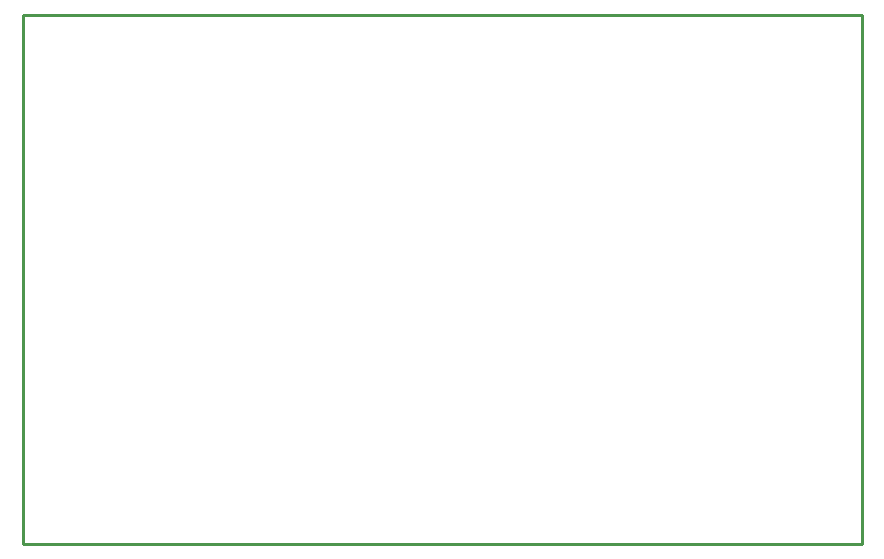
<source format=gko>
G04*
G04 #@! TF.GenerationSoftware,Altium Limited,Altium Designer,23.4.1 (23)*
G04*
G04 Layer_Color=16711935*
%FSLAX44Y44*%
%MOMM*%
G71*
G04*
G04 #@! TF.SameCoordinates,D2C56FB1-3194-4FD5-B733-79DB95D4BDB6*
G04*
G04*
G04 #@! TF.FilePolarity,Positive*
G04*
G01*
G75*
%ADD71C,0.2540*%
D71*
X1227582Y347472D02*
X1938274D01*
X1227582Y795782D02*
X1938274D01*
Y347472D02*
Y795782D01*
X1227582Y347472D02*
Y795782D01*
M02*

</source>
